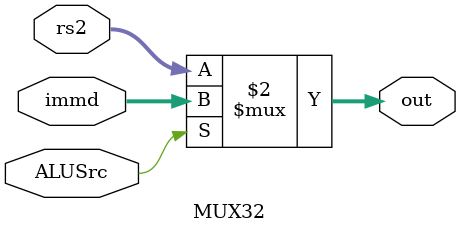
<source format=v>
module MUX32(ALUSrc, rs2, immd, out);

input ALUSrc;
input [31:0] rs2, immd;
output [31:0] out;

assign out = (ALUSrc == 1'b0) ? rs2 : immd;

endmodule

</source>
